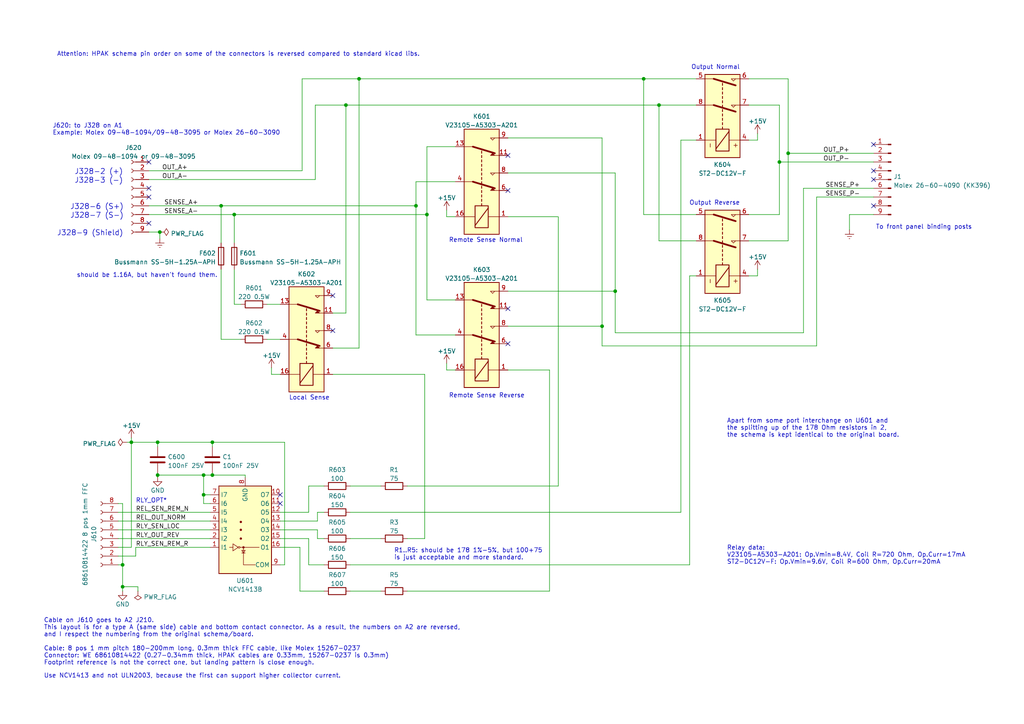
<source format=kicad_sch>
(kicad_sch (version 20211123) (generator eeschema)
  (paper "A4")
  (title_block (title "Relay board for HPAK 66xxB series PSUs (A6)") (comment 1 "Option 760, adapted for full feed through to front binding posts"))
  (lib_symbols
    (symbol "Connector:Conn_01x08_Female" (pin_names (offset 1.016) hide)
      (property "Reference" "J" (at 0 10.16 0))
      (property "Value" "Conn_01x08_Female" (at 0 -12.7 0))
      (symbol "Conn_01x08_Female_1_1"
        (arc (start 0 -9.652) (mid -0.508 -10.16) (end 0 -10.668) (stroke (width 0.1524)))
        (arc (start 0 -7.112) (mid -0.508 -7.62) (end 0 -8.128) (stroke (width 0.1524)))
        (arc (start 0 -4.572) (mid -0.508 -5.08) (end 0 -5.588) (stroke (width 0.1524)))
        (arc (start 0 -2.032) (mid -0.508 -2.54) (end 0 -3.048) (stroke (width 0.1524)))
        (polyline (pts (xy -1.27 -10.16) (xy -0.508 -10.16)) (stroke (width 0.1524)))
        (polyline (pts (xy -1.27 -7.62) (xy -0.508 -7.62)) (stroke (width 0.1524)))
        (polyline (pts (xy -1.27 -5.08) (xy -0.508 -5.08)) (stroke (width 0.1524)))
        (polyline (pts (xy -1.27 -2.54) (xy -0.508 -2.54)) (stroke (width 0.1524)))
        (polyline (pts (xy -1.27 0) (xy -0.508 0)) (stroke (width 0.1524)))
        (polyline (pts (xy -1.27 2.54) (xy -0.508 2.54)) (stroke (width 0.1524)))
        (polyline (pts (xy -1.27 5.08) (xy -0.508 5.08)) (stroke (width 0.1524)))
        (polyline (pts (xy -1.27 7.62) (xy -0.508 7.62)) (stroke (width 0.1524)))
        (arc (start 0 0.508) (mid -0.508 0) (end 0 -0.508) (stroke (width 0.1524)))
        (arc (start 0 3.048) (mid -0.508 2.54) (end 0 2.032) (stroke (width 0.1524)))
        (arc (start 0 5.588) (mid -0.508 5.08) (end 0 4.572) (stroke (width 0.1524)))
        (arc (start 0 8.128) (mid -0.508 7.62) (end 0 7.112) (stroke (width 0.1524)))
        (pin passive line (at -5.08 7.62 0) (length 3.81) (name "Pin_1") (number "1"))
        (pin passive line (at -5.08 5.08 0) (length 3.81) (name "Pin_2") (number "2"))
        (pin passive line (at -5.08 2.54 0) (length 3.81) (name "Pin_3") (number "3"))
        (pin passive line (at -5.08 0 0) (length 3.81) (name "Pin_4") (number "4"))
        (pin passive line (at -5.08 -2.54 0) (length 3.81) (name "Pin_5") (number "5"))
        (pin passive line (at -5.08 -5.08 0) (length 3.81) (name "Pin_6") (number "6"))
        (pin passive line (at -5.08 -7.62 0) (length 3.81) (name "Pin_7") (number "7"))
        (pin passive line (at -5.08 -10.16 0) (length 3.81) (name "Pin_8") (number "8"))
      )
    )
    (symbol "Connector:Conn_01x09_Female" (pin_names (offset 1.016) hide)
      (property "Reference" "J" (at 0 12.7 0))
      (property "Value" "Conn_01x09_Female" (at 0 -12.7 0))
      (symbol "Conn_01x09_Female_1_1"
        (arc (start 0 -9.652) (mid -0.508 -10.16) (end 0 -10.668) (stroke (width 0.1524)))
        (arc (start 0 -7.112) (mid -0.508 -7.62) (end 0 -8.128) (stroke (width 0.1524)))
        (arc (start 0 -4.572) (mid -0.508 -5.08) (end 0 -5.588) (stroke (width 0.1524)))
        (arc (start 0 -2.032) (mid -0.508 -2.54) (end 0 -3.048) (stroke (width 0.1524)))
        (polyline (pts (xy -1.27 -10.16) (xy -0.508 -10.16)) (stroke (width 0.1524)))
        (polyline (pts (xy -1.27 -7.62) (xy -0.508 -7.62)) (stroke (width 0.1524)))
        (polyline (pts (xy -1.27 -5.08) (xy -0.508 -5.08)) (stroke (width 0.1524)))
        (polyline (pts (xy -1.27 -2.54) (xy -0.508 -2.54)) (stroke (width 0.1524)))
        (polyline (pts (xy -1.27 0) (xy -0.508 0)) (stroke (width 0.1524)))
        (polyline (pts (xy -1.27 2.54) (xy -0.508 2.54)) (stroke (width 0.1524)))
        (polyline (pts (xy -1.27 5.08) (xy -0.508 5.08)) (stroke (width 0.1524)))
        (polyline (pts (xy -1.27 7.62) (xy -0.508 7.62)) (stroke (width 0.1524)))
        (polyline (pts (xy -1.27 10.16) (xy -0.508 10.16)) (stroke (width 0.1524)))
        (arc (start 0 0.508) (mid -0.508 0) (end 0 -0.508) (stroke (width 0.1524)))
        (arc (start 0 3.048) (mid -0.508 2.54) (end 0 2.032) (stroke (width 0.1524)))
        (arc (start 0 5.588) (mid -0.508 5.08) (end 0 4.572) (stroke (width 0.1524)))
        (arc (start 0 8.128) (mid -0.508 7.62) (end 0 7.112) (stroke (width 0.1524)))
        (arc (start 0 10.668) (mid -0.508 10.16) (end 0 9.652) (stroke (width 0.1524)))
        (pin passive line (at -5.08 10.16 0) (length 3.81) (name "Pin_1") (number "1"))
        (pin passive line (at -5.08 7.62 0) (length 3.81) (name "Pin_2") (number "2"))
        (pin passive line (at -5.08 5.08 0) (length 3.81) (name "Pin_3") (number "3"))
        (pin passive line (at -5.08 2.54 0) (length 3.81) (name "Pin_4") (number "4"))
        (pin passive line (at -5.08 0 0) (length 3.81) (name "Pin_5") (number "5"))
        (pin passive line (at -5.08 -2.54 0) (length 3.81) (name "Pin_6") (number "6"))
        (pin passive line (at -5.08 -5.08 0) (length 3.81) (name "Pin_7") (number "7"))
        (pin passive line (at -5.08 -7.62 0) (length 3.81) (name "Pin_8") (number "8"))
        (pin passive line (at -5.08 -10.16 0) (length 3.81) (name "Pin_9") (number "9"))
      )
    )
    (symbol "Connector:Conn_01x09_Male" (pin_names (offset 1.016) hide)
      (property "Reference" "J" (at 0 12.7 0))
      (property "Value" "Conn_01x09_Male" (at 0 -12.7 0))
      (symbol "Conn_01x09_Male_1_1"
        (polyline (pts (xy 1.27 -10.16) (xy 0.8636 -10.16)) (stroke (width 0.1524)))
        (polyline (pts (xy 1.27 -7.62) (xy 0.8636 -7.62)) (stroke (width 0.1524)))
        (polyline (pts (xy 1.27 -5.08) (xy 0.8636 -5.08)) (stroke (width 0.1524)))
        (polyline (pts (xy 1.27 -2.54) (xy 0.8636 -2.54)) (stroke (width 0.1524)))
        (polyline (pts (xy 1.27 0) (xy 0.8636 0)) (stroke (width 0.1524)))
        (polyline (pts (xy 1.27 2.54) (xy 0.8636 2.54)) (stroke (width 0.1524)))
        (polyline (pts (xy 1.27 5.08) (xy 0.8636 5.08)) (stroke (width 0.1524)))
        (polyline (pts (xy 1.27 7.62) (xy 0.8636 7.62)) (stroke (width 0.1524)))
        (polyline (pts (xy 1.27 10.16) (xy 0.8636 10.16)) (stroke (width 0.1524)))
        (rectangle (start 0.8636 -10.033) (end 0 -10.287) (stroke (width 0.1524)) (fill (type outline)))
        (rectangle (start 0.8636 -7.493) (end 0 -7.747) (stroke (width 0.1524)) (fill (type outline)))
        (rectangle (start 0.8636 -4.953) (end 0 -5.207) (stroke (width 0.1524)) (fill (type outline)))
        (rectangle (start 0.8636 -2.413) (end 0 -2.667) (stroke (width 0.1524)) (fill (type outline)))
        (rectangle (start 0.8636 0.127) (end 0 -0.127) (stroke (width 0.1524)) (fill (type outline)))
        (rectangle (start 0.8636 2.667) (end 0 2.413) (stroke (width 0.1524)) (fill (type outline)))
        (rectangle (start 0.8636 5.207) (end 0 4.953) (stroke (width 0.1524)) (fill (type outline)))
        (rectangle (start 0.8636 7.747) (end 0 7.493) (stroke (width 0.1524)) (fill (type outline)))
        (rectangle (start 0.8636 10.287) (end 0 10.033) (stroke (width 0.1524)) (fill (type outline)))
        (pin passive line (at 5.08 10.16 180) (length 3.81) (name "Pin_1") (number "1"))
        (pin passive line (at 5.08 7.62 180) (length 3.81) (name "Pin_2") (number "2"))
        (pin passive line (at 5.08 5.08 180) (length 3.81) (name "Pin_3") (number "3"))
        (pin passive line (at 5.08 2.54 180) (length 3.81) (name "Pin_4") (number "4"))
        (pin passive line (at 5.08 0 180) (length 3.81) (name "Pin_5") (number "5"))
        (pin passive line (at 5.08 -2.54 180) (length 3.81) (name "Pin_6") (number "6"))
        (pin passive line (at 5.08 -5.08 180) (length 3.81) (name "Pin_7") (number "7"))
        (pin passive line (at 5.08 -7.62 180) (length 3.81) (name "Pin_8") (number "8"))
        (pin passive line (at 5.08 -10.16 180) (length 3.81) (name "Pin_9") (number "9"))
      )
    )
    (symbol "Device:C" (pin_numbers hide) (pin_names (offset 0.254))
      (property "Reference" "C" (at 0.635 2.54 0))
      (property "Value" "C" (at 0.635 -2.54 0))
      (symbol "C_0_1"
        (polyline (pts (xy -2.032 -0.762) (xy 2.032 -0.762)) (stroke (width 0.508)))
        (polyline (pts (xy -2.032 0.762) (xy 2.032 0.762)) (stroke (width 0.508)))
      )
      (symbol "C_1_1"
        (pin passive line (at 0 3.81 270) (length 2.794) (name "~") (number "1"))
        (pin passive line (at 0 -3.81 90) (length 2.794) (name "~") (number "2"))
      )
    )
    (symbol "Device:Fuse" (pin_numbers hide) (pin_names (offset 0))
      (property "Reference" "F" (at 2.032 0 90))
      (property "Value" "Fuse" (at -1.905 0 90))
      (symbol "Fuse_0_1"
        (rectangle (start -0.762 -2.54) (end 0.762 2.54) (stroke (width 0.254)))
        (polyline (pts (xy 0 2.54) (xy 0 -2.54)))
      )
      (symbol "Fuse_1_1"
        (pin passive line (at 0 3.81 270) (length 1.27) (name "~") (number "1"))
        (pin passive line (at 0 -3.81 90) (length 1.27) (name "~") (number "2"))
      )
    )
    (symbol "Device:R" (pin_numbers hide) (pin_names (offset 0))
      (property "Reference" "R" (at 2.032 0 90))
      (property "Value" "R" (at 0 0 90))
      (symbol "R_0_1"
        (rectangle (start -1.016 -2.54) (end 1.016 2.54) (stroke (width 0.254)))
      )
      (symbol "R_1_1"
        (pin passive line (at 0 3.81 270) (length 1.27) (name "~") (number "1"))
        (pin passive line (at 0 -3.81 90) (length 1.27) (name "~") (number "2"))
      )
    )
    (symbol "Relay:G5V-2"
      (property "Reference" "K" (at 16.51 3.81 0))
      (property "Value" "G5V-2" (at 16.51 1.27 0))
      (symbol "G5V-2_0_1"
        (rectangle (start -15.24 5.08) (end 15.24 -5.08) (stroke (width 0.254)) (fill (type background)))
        (rectangle (start -13.335 1.905) (end -6.985 -1.905) (stroke (width 0.254)))
        (polyline (pts (xy -12.7 -1.905) (xy -7.62 1.905)) (stroke (width 0.254)))
        (polyline (pts (xy -10.16 -5.08) (xy -10.16 -1.905)))
        (polyline (pts (xy -10.16 5.08) (xy -10.16 1.905)))
        (polyline (pts (xy -6.985 0) (xy -6.35 0)) (stroke (width 0.254)))
        (polyline (pts (xy -5.715 0) (xy -5.08 0)) (stroke (width 0.254)))
        (polyline (pts (xy -4.445 0) (xy -3.81 0)) (stroke (width 0.254)))
        (polyline (pts (xy -3.175 0) (xy -2.54 0)) (stroke (width 0.254)))
        (polyline (pts (xy -1.905 0) (xy -1.27 0)) (stroke (width 0.254)))
        (polyline (pts (xy -0.635 0) (xy 0 0)) (stroke (width 0.254)))
        (polyline (pts (xy 0 -2.54) (xy -1.905 3.81)) (stroke (width 0.508)))
        (polyline (pts (xy 0 -2.54) (xy 0 -5.08)))
        (polyline (pts (xy 0.635 0) (xy 1.27 0)) (stroke (width 0.254)))
        (polyline (pts (xy 1.905 0) (xy 2.54 0)) (stroke (width 0.254)))
        (polyline (pts (xy 3.175 0) (xy 3.81 0)) (stroke (width 0.254)))
        (polyline (pts (xy 4.445 0) (xy 5.08 0)) (stroke (width 0.254)))
        (polyline (pts (xy 5.715 0) (xy 6.35 0)) (stroke (width 0.254)))
        (polyline (pts (xy 6.985 0) (xy 7.62 0)) (stroke (width 0.254)))
        (polyline (pts (xy 8.255 0) (xy 8.89 0)) (stroke (width 0.254)))
        (polyline (pts (xy 10.16 -2.54) (xy 8.255 3.81)) (stroke (width 0.508)))
        (polyline (pts (xy 10.16 -2.54) (xy 10.16 -5.08)))
        (polyline (pts (xy -2.54 5.08) (xy -2.54 2.54) (xy -1.905 3.175) (xy -2.54 3.81)) (fill (type outline)))
        (polyline (pts (xy 2.54 5.08) (xy 2.54 2.54) (xy 1.905 3.175) (xy 2.54 3.81)))
        (polyline (pts (xy 7.62 5.08) (xy 7.62 2.54) (xy 8.255 3.175) (xy 7.62 3.81)) (fill (type outline)))
        (polyline (pts (xy 12.7 5.08) (xy 12.7 2.54) (xy 12.065 3.175) (xy 12.7 3.81)))
      )
      (symbol "G5V-2_1_1"
        (pin passive line (at -10.16 7.62 270) (length 2.54) (name "~") (number "1"))
        (pin passive line (at 7.62 7.62 270) (length 2.54) (name "~") (number "11"))
        (pin passive line (at 10.16 -7.62 90) (length 2.54) (name "~") (number "13"))
        (pin passive line (at -10.16 -7.62 90) (length 2.54) (name "~") (number "16"))
        (pin passive line (at 0 -7.62 90) (length 2.54) (name "~") (number "4"))
        (pin passive line (at -2.54 7.62 270) (length 2.54) (name "~") (number "6"))
        (pin passive line (at 2.54 7.62 270) (length 2.54) (name "~") (number "8"))
        (pin passive line (at 12.7 7.62 270) (length 2.54) (name "~") (number "9"))
      )
    )
    (symbol "Transistor_Array:NCV1413B"
      (property "Reference" "U" (at 0 15.875 0))
      (property "Value" "NCV1413B" (at 0 13.97 0))
      (symbol "NCV1413B_0_1"
        (rectangle (start -7.62 -12.7) (end 7.62 12.7) (stroke (width 0.254)) (fill (type background)))
        (circle (center -1.778 5.08) (radius 0.254))
        (circle (center -1.27 -2.286) (radius 0.254) (fill (type outline)))
        (circle (center -1.27 0) (radius 0.254) (fill (type outline)))
        (circle (center -1.27 2.54) (radius 0.254) (fill (type outline)))
        (circle (center -0.508 5.08) (radius 0.254) (fill (type outline)))
        (polyline (pts (xy -4.572 5.08) (xy -3.556 5.08)))
        (polyline (pts (xy -1.524 5.08) (xy 4.064 5.08)))
        (polyline (pts (xy 0 6.731) (xy -1.016 6.731)))
        (polyline (pts (xy -0.508 5.08) (xy -0.508 10.16) (xy 2.921 10.16)))
        (polyline (pts (xy -3.556 6.096) (xy -3.556 4.064) (xy -2.032 5.08) (xy -3.556 6.096)))
        (polyline (pts (xy 0 5.969) (xy -1.016 5.969) (xy -0.508 6.731) (xy 0 5.969)))
      )
      (symbol "NCV1413B_1_1"
        (pin input line (at -10.16 5.08 0) (length 2.54) (name "I1") (number "1"))
        (pin open_collector line (at 10.16 -10.16 180) (length 2.54) (name "O7") (number "10"))
        (pin open_collector line (at 10.16 -7.62 180) (length 2.54) (name "O6") (number "11"))
        (pin open_collector line (at 10.16 -5.08 180) (length 2.54) (name "O5") (number "12"))
        (pin open_collector line (at 10.16 -2.54 180) (length 2.54) (name "O4") (number "13"))
        (pin open_collector line (at 10.16 0 180) (length 2.54) (name "O3") (number "14"))
        (pin open_collector line (at 10.16 2.54 180) (length 2.54) (name "O2") (number "15"))
        (pin open_collector line (at 10.16 5.08 180) (length 2.54) (name "O1") (number "16"))
        (pin input line (at -10.16 2.54 0) (length 2.54) (name "I2") (number "2"))
        (pin input line (at -10.16 0 0) (length 2.54) (name "I3") (number "3"))
        (pin input line (at -10.16 -2.54 0) (length 2.54) (name "I4") (number "4"))
        (pin input line (at -10.16 -5.08 0) (length 2.54) (name "I5") (number "5"))
        (pin input line (at -10.16 -7.62 0) (length 2.54) (name "I6") (number "6"))
        (pin input line (at -10.16 -10.16 0) (length 2.54) (name "I7") (number "7"))
        (pin power_in line (at 0 -15.24 90) (length 2.54) (name "GND") (number "8"))
        (pin passive line (at 10.16 10.16 180) (length 2.54) (name "COM") (number "9"))
      )
    )
    (symbol "mylib:Relay_Panasonic_ST2-F"
      (property "Reference" "K" (at 12.7 3.81 0))
      (property "Value" "Relay_Panasonic_ST2-F" (at 12.7 1.27 0))
      (symbol "Relay_Panasonic_ST2-F_0_0"
        (polyline (pts (xy 2.54 5.08) (xy 2.54 2.54) (xy 1.905 3.175) (xy 2.54 3.81)))
        (polyline (pts (xy 10.16 5.08) (xy 10.16 2.54) (xy 9.525 3.175) (xy 10.16 3.81)))
      )
      (symbol "Relay_Panasonic_ST2-F_0_1"
        (rectangle (start -12.7 5.08) (end 11.43 -5.08) (stroke (width 0.254)) (fill (type background)))
        (rectangle (start -10.795 1.905) (end -4.445 -1.905) (stroke (width 0.254)))
        (polyline (pts (xy -10.16 -1.905) (xy -5.08 1.905)) (stroke (width 0.254)))
        (polyline (pts (xy -9.652 -3.556) (xy -8.636 -3.556)) (stroke (width 0.1524)))
        (polyline (pts (xy -9.652 3.81) (xy -8.636 3.81)) (stroke (width 0.1524)))
        (polyline (pts (xy -9.144 4.318) (xy -9.144 3.302)) (stroke (width 0.1524)))
        (polyline (pts (xy -7.62 -5.08) (xy -7.62 -1.905)))
        (polyline (pts (xy -7.62 5.08) (xy -7.62 1.905)))
        (polyline (pts (xy -4.445 0) (xy -3.81 0)) (stroke (width 0.254)))
        (polyline (pts (xy -3.175 0) (xy -2.54 0)) (stroke (width 0.254)))
        (polyline (pts (xy -1.905 0) (xy -1.27 0)) (stroke (width 0.254)))
        (polyline (pts (xy -0.635 0) (xy 0 0)) (stroke (width 0.254)))
        (polyline (pts (xy 0.635 0) (xy 1.27 0)) (stroke (width 0.254)))
        (polyline (pts (xy 1.905 0) (xy 2.54 0)) (stroke (width 0.254)))
        (polyline (pts (xy 2.54 -2.54) (xy 0.635 3.81)) (stroke (width 0.508)))
        (polyline (pts (xy 2.54 -2.54) (xy 2.54 -5.08)))
        (polyline (pts (xy 3.175 0) (xy 3.81 0)) (stroke (width 0.254)))
        (polyline (pts (xy 4.445 0) (xy 5.08 0)) (stroke (width 0.254)))
        (polyline (pts (xy 5.715 0) (xy 6.35 0)) (stroke (width 0.254)))
        (polyline (pts (xy 6.985 0) (xy 7.62 0)) (stroke (width 0.254)))
        (polyline (pts (xy 8.255 0) (xy 8.89 0)) (stroke (width 0.254)))
        (polyline (pts (xy 10.16 -2.54) (xy 8.255 3.81)) (stroke (width 0.508)))
        (polyline (pts (xy 10.16 -2.54) (xy 10.16 -5.08)))
      )
      (symbol "Relay_Panasonic_ST2-F_1_1"
        (pin passive line (at -7.62 -7.62 90) (length 2.54) (name "~") (number "1"))
        (pin passive line (at -7.62 7.62 270) (length 2.54) (name "~") (number "4"))
        (pin passive line (at 10.16 -7.62 90) (length 2.54) (name "~") (number "5"))
        (pin passive line (at 10.16 7.62 270) (length 2.54) (name "~") (number "6"))
        (pin passive line (at 2.54 7.62 270) (length 2.54) (name "~") (number "7"))
        (pin passive line (at 2.54 -7.62 90) (length 2.54) (name "~") (number "8"))
      )
    )
    (symbol "power:+15V" (power) (pin_names (offset 0))
      (property "Value" "+15V" (at 0 3.556 0))
      (symbol "+15V_0_1"
        (polyline (pts (xy -0.762 1.27) (xy 0 2.54)))
        (polyline (pts (xy 0 0) (xy 0 2.54)))
        (polyline (pts (xy 0 2.54) (xy 0.762 1.27)))
      )
      (symbol "+15V_1_1"
        (pin power_in line (at 0 0 90) (length 0) hide (name "+15V") (number "1"))
      )
    )
    (symbol "power:Earth" (power) (pin_names (offset 0))
      (symbol "Earth_0_1"
        (polyline (pts (xy -0.635 -1.905) (xy 0.635 -1.905)))
        (polyline (pts (xy -0.127 -2.54) (xy 0.127 -2.54)))
        (polyline (pts (xy 0 -1.27) (xy 0 0)))
        (polyline (pts (xy 1.27 -1.27) (xy -1.27 -1.27)))
      )
      (symbol "Earth_1_1"
        (pin power_in line (at 0 0 270) (length 0) hide (name "Earth") (number "1"))
      )
    )
    (symbol "power:GND" (power) (pin_names (offset 0))
      (property "Value" "GND" (at 0 -3.81 0))
      (symbol "GND_0_1"
        (polyline (pts (xy 0 0) (xy 0 -1.27) (xy 1.27 -1.27) (xy 0 -2.54) (xy -1.27 -1.27) (xy 0 -1.27)))
      )
      (symbol "GND_1_1"
        (pin power_in line (at 0 0 270) (length 0) hide (name "GND") (number "1"))
      )
    )
    (symbol "power:PWR_FLAG" (power) (pin_numbers hide) (pin_names (offset 0) hide)
      (property "Value" "PWR_FLAG" (at 0 3.81 0))
      (symbol "PWR_FLAG_0_0"
        (pin power_out line (at 0 0 90) (length 0) (name "pwr") (number "1"))
      )
      (symbol "PWR_FLAG_0_1"
        (polyline (pts (xy 0 0) (xy 0 1.27) (xy -1.016 1.905) (xy 0 2.54) (xy 1.016 1.905) (xy 0 1.27)))
      )
    )
  )
  (junction (at 191.135 30.48))
  (junction (at 120.65 59.69))
  (junction (at 45.72 137.795))
  (junction (at 100.33 30.48))
  (junction (at 104.14 22.86))
  (junction (at 174.625 94.615))
  (junction (at 59.055 143.51))
  (junction (at 61.595 137.795))
  (junction (at 228.6 44.45))
  (junction (at 61.595 128.27))
  (junction (at 178.435 84.455))
  (junction (at 226.06 46.99))
  (junction (at 35.56 170.18))
  (junction (at 186.69 22.86))
  (junction (at 38.1 128.27))
  (junction (at 123.825 62.23))
  (junction (at 64.135 59.69))
  (junction (at 35.56 163.83))
  (junction (at 67.945 62.23))
  (junction (at 59.055 137.795))
  (junction (at 46.355 67.31))
  (junction (at 45.72 128.27))
  (no_connect (at 43.18 57.15))
  (no_connect (at 43.18 46.99))
  (no_connect (at 43.18 54.61))
  (no_connect (at 43.18 64.77))
  (no_connect (at 96.52 85.725))
  (no_connect (at 96.52 95.885))
  (no_connect (at 147.32 89.535))
  (no_connect (at 147.32 99.695))
  (no_connect (at 147.32 55.245))
  (no_connect (at 147.32 45.085))
  (no_connect (at 253.365 41.91))
  (no_connect (at 253.365 49.53))
  (no_connect (at 253.365 52.07))
  (no_connect (at 253.365 59.69))
  (no_connect (at 81.28 146.05))
  (no_connect (at 81.28 143.51))
  (wire (pts (xy 69.85 98.425) (xy 64.135 98.425)))
  (wire (pts (xy 67.945 62.23) (xy 67.945 70.485)))
  (wire (pts (xy 92.075 153.67) (xy 92.075 156.21)))
  (wire (pts (xy 46.355 69.215) (xy 46.355 67.31)))
  (wire (pts (xy 34.29 153.67) (xy 60.96 153.67)))
  (wire (pts (xy 219.71 80.01) (xy 219.71 78.105)))
  (wire (pts (xy 253.365 62.23) (xy 246.38 62.23)))
  (wire (pts (xy 89.535 163.83) (xy 93.98 163.83)))
  (wire (pts (xy 147.32 40.005) (xy 174.625 40.005)))
  (wire (pts (xy 59.055 143.51) (xy 60.96 143.51)))
  (wire (pts (xy 147.32 84.455) (xy 178.435 84.455)))
  (wire (pts (xy 35.56 170.18) (xy 35.56 171.45)))
  (wire (pts (xy 217.17 30.48) (xy 226.06 30.48)))
  (wire (pts (xy 201.93 62.23) (xy 186.69 62.23)))
  (wire (pts (xy 226.06 62.23) (xy 226.06 46.99)))
  (wire (pts (xy 123.825 86.995) (xy 132.08 86.995)))
  (wire (pts (xy 81.28 108.585) (xy 78.74 108.585)))
  (wire (pts (xy 39.37 161.29) (xy 34.29 161.29)))
  (wire (pts (xy 226.06 46.99) (xy 226.06 30.48)))
  (wire (pts (xy 233.045 54.61) (xy 233.045 96.52)))
  (wire (pts (xy 87.63 49.53) (xy 87.63 22.86)))
  (wire (pts (xy 228.6 22.86) (xy 228.6 44.45)))
  (wire (pts (xy 159.385 107.315) (xy 147.32 107.315)))
  (wire (pts (xy 200.025 80.01) (xy 200.025 163.83)))
  (wire (pts (xy 35.56 163.83) (xy 35.56 170.18)))
  (wire (pts (xy 132.08 107.315) (xy 129.54 107.315)))
  (wire (pts (xy 228.6 44.45) (xy 253.365 44.45)))
  (wire (pts (xy 96.52 90.805) (xy 100.33 90.805)))
  (wire (pts (xy 67.945 62.23) (xy 123.825 62.23)))
  (wire (pts (xy 92.075 156.21) (xy 93.98 156.21)))
  (wire (pts (xy 81.28 148.59) (xy 89.535 148.59)))
  (wire (pts (xy 45.72 129.54) (xy 45.72 128.27)))
  (wire (pts (xy 91.44 30.48) (xy 100.33 30.48)))
  (wire (pts (xy 246.38 62.23) (xy 246.38 66.675)))
  (wire (pts (xy 123.19 108.585) (xy 96.52 108.585)))
  (wire (pts (xy 236.855 57.15) (xy 253.365 57.15)))
  (wire (pts (xy 129.54 62.865) (xy 129.54 60.96)))
  (wire (pts (xy 178.435 96.52) (xy 178.435 84.455)))
  (wire (pts (xy 45.72 137.16) (xy 45.72 137.795)))
  (wire (pts (xy 87.63 22.86) (xy 104.14 22.86)))
  (wire (pts (xy 104.14 22.86) (xy 186.69 22.86)))
  (wire (pts (xy 104.14 22.86) (xy 104.14 100.965)))
  (wire (pts (xy 59.055 137.795) (xy 59.055 143.51)))
  (wire (pts (xy 38.1 128.27) (xy 38.1 158.75)))
  (wire (pts (xy 86.995 171.45) (xy 93.98 171.45)))
  (wire (pts (xy 35.56 146.05) (xy 34.29 146.05)))
  (wire (pts (xy 118.11 140.97) (xy 161.925 140.97)))
  (wire (pts (xy 100.33 30.48) (xy 191.135 30.48)))
  (wire (pts (xy 191.135 69.85) (xy 201.93 69.85)))
  (wire (pts (xy 64.135 59.69) (xy 120.65 59.69)))
  (wire (pts (xy 38.1 127) (xy 38.1 128.27)))
  (wire (pts (xy 59.055 137.795) (xy 45.72 137.795)))
  (wire (pts (xy 178.435 84.455) (xy 178.435 50.165)))
  (wire (pts (xy 81.28 153.67) (xy 92.075 153.67)))
  (wire (pts (xy 201.93 30.48) (xy 191.135 30.48)))
  (wire (pts (xy 217.17 62.23) (xy 226.06 62.23)))
  (wire (pts (xy 89.535 148.59) (xy 89.535 140.97)))
  (wire (pts (xy 38.1 128.27) (xy 45.72 128.27)))
  (wire (pts (xy 147.32 94.615) (xy 174.625 94.615)))
  (wire (pts (xy 101.6 140.97) (xy 110.49 140.97)))
  (wire (pts (xy 39.37 158.75) (xy 39.37 161.29)))
  (wire (pts (xy 226.06 46.99) (xy 253.365 46.99)))
  (wire (pts (xy 191.135 30.48) (xy 191.135 69.85)))
  (wire (pts (xy 86.995 158.75) (xy 86.995 171.45)))
  (wire (pts (xy 81.28 156.21) (xy 89.535 156.21)))
  (wire (pts (xy 35.56 170.18) (xy 40.005 170.18)))
  (wire (pts (xy 81.28 158.75) (xy 86.995 158.75)))
  (wire (pts (xy 118.11 171.45) (xy 159.385 171.45)))
  (wire (pts (xy 217.17 69.85) (xy 228.6 69.85)))
  (wire (pts (xy 43.18 59.69) (xy 64.135 59.69)))
  (wire (pts (xy 60.96 146.05) (xy 59.055 146.05)))
  (wire (pts (xy 77.47 88.265) (xy 81.28 88.265)))
  (wire (pts (xy 43.18 62.23) (xy 67.945 62.23)))
  (wire (pts (xy 91.44 30.48) (xy 91.44 52.07)))
  (wire (pts (xy 178.435 50.165) (xy 147.32 50.165)))
  (wire (pts (xy 161.925 140.97) (xy 161.925 62.865)))
  (wire (pts (xy 174.625 40.005) (xy 174.625 94.615)))
  (wire (pts (xy 82.55 128.27) (xy 82.55 163.83)))
  (wire (pts (xy 61.595 137.795) (xy 59.055 137.795)))
  (wire (pts (xy 45.72 128.27) (xy 61.595 128.27)))
  (wire (pts (xy 61.595 128.27) (xy 82.55 128.27)))
  (wire (pts (xy 64.135 59.69) (xy 64.135 70.485)))
  (wire (pts (xy 132.08 52.705) (xy 120.65 52.705)))
  (wire (pts (xy 118.11 156.21) (xy 123.19 156.21)))
  (wire (pts (xy 236.855 100.33) (xy 236.855 57.15)))
  (wire (pts (xy 34.29 163.83) (xy 35.56 163.83)))
  (wire (pts (xy 197.485 148.59) (xy 197.485 40.64)))
  (wire (pts (xy 61.595 128.27) (xy 61.595 129.54)))
  (wire (pts (xy 77.47 98.425) (xy 81.28 98.425)))
  (wire (pts (xy 100.33 30.48) (xy 100.33 90.805)))
  (wire (pts (xy 101.6 163.83) (xy 200.025 163.83)))
  (wire (pts (xy 40.005 170.18) (xy 40.005 171.45)))
  (wire (pts (xy 123.825 42.545) (xy 123.825 62.23)))
  (wire (pts (xy 64.135 78.105) (xy 64.135 98.425)))
  (wire (pts (xy 120.65 52.705) (xy 120.65 59.69)))
  (wire (pts (xy 123.825 62.23) (xy 123.825 86.995)))
  (wire (pts (xy 89.535 156.21) (xy 89.535 163.83)))
  (wire (pts (xy 35.56 163.83) (xy 35.56 146.05)))
  (wire (pts (xy 36.83 128.27) (xy 38.1 128.27)))
  (wire (pts (xy 217.17 22.86) (xy 228.6 22.86)))
  (wire (pts (xy 201.93 80.01) (xy 200.025 80.01)))
  (wire (pts (xy 60.96 158.75) (xy 39.37 158.75)))
  (wire (pts (xy 174.625 100.33) (xy 236.855 100.33)))
  (wire (pts (xy 67.945 78.105) (xy 67.945 88.265)))
  (wire (pts (xy 34.29 158.75) (xy 38.1 158.75)))
  (wire (pts (xy 34.29 151.13) (xy 60.96 151.13)))
  (wire (pts (xy 34.29 156.21) (xy 60.96 156.21)))
  (wire (pts (xy 253.365 54.61) (xy 233.045 54.61)))
  (wire (pts (xy 67.945 88.265) (xy 69.85 88.265)))
  (wire (pts (xy 132.08 97.155) (xy 120.65 97.155)))
  (wire (pts (xy 96.52 100.965) (xy 104.14 100.965)))
  (wire (pts (xy 78.74 108.585) (xy 78.74 106.68)))
  (wire (pts (xy 186.69 62.23) (xy 186.69 22.86)))
  (wire (pts (xy 219.71 40.64) (xy 219.71 38.735)))
  (wire (pts (xy 61.595 137.795) (xy 71.12 137.795)))
  (wire (pts (xy 197.485 40.64) (xy 201.93 40.64)))
  (wire (pts (xy 81.28 163.83) (xy 82.55 163.83)))
  (wire (pts (xy 161.925 62.865) (xy 147.32 62.865)))
  (wire (pts (xy 81.28 151.13) (xy 92.075 151.13)))
  (wire (pts (xy 132.08 42.545) (xy 123.825 42.545)))
  (wire (pts (xy 43.18 49.53) (xy 87.63 49.53)))
  (wire (pts (xy 101.6 156.21) (xy 110.49 156.21)))
  (wire (pts (xy 233.045 96.52) (xy 178.435 96.52)))
  (wire (pts (xy 61.595 137.16) (xy 61.595 137.795)))
  (wire (pts (xy 59.055 146.05) (xy 59.055 143.51)))
  (wire (pts (xy 132.08 62.865) (xy 129.54 62.865)))
  (wire (pts (xy 89.535 140.97) (xy 93.98 140.97)))
  (wire (pts (xy 101.6 171.45) (xy 110.49 171.45)))
  (wire (pts (xy 129.54 107.315) (xy 129.54 105.41)))
  (wire (pts (xy 174.625 94.615) (xy 174.625 100.33)))
  (wire (pts (xy 123.19 156.21) (xy 123.19 108.585)))
  (wire (pts (xy 228.6 44.45) (xy 228.6 69.85)))
  (wire (pts (xy 217.17 80.01) (xy 219.71 80.01)))
  (wire (pts (xy 101.6 148.59) (xy 197.485 148.59)))
  (wire (pts (xy 71.12 137.795) (xy 71.12 138.43)))
  (wire (pts (xy 34.29 148.59) (xy 60.96 148.59)))
  (wire (pts (xy 43.18 52.07) (xy 91.44 52.07)))
  (wire (pts (xy 120.65 59.69) (xy 120.65 97.155)))
  (wire (pts (xy 159.385 171.45) (xy 159.385 107.315)))
  (wire (pts (xy 186.69 22.86) (xy 201.93 22.86)))
  (wire (pts (xy 92.075 151.13) (xy 92.075 148.59)))
  (wire (pts (xy 45.72 137.795) (xy 45.72 138.43)))
  (wire (pts (xy 46.355 67.31) (xy 43.18 67.31)))
  (wire (pts (xy 92.075 148.59) (xy 93.98 148.59)))
  (wire (pts (xy 217.17 40.64) (xy 219.71 40.64)))
  (text "Use NCV1413 and not ULN2003, because the first can support higher collector current." (at 12.7 196.85 0) (effects (font (size 1.27 1.27)) (justify left bottom)))
  (text "should be 1.16A, but haven't found them." (at 22.225 80.645 0) (effects (font (size 1.27 1.27)) (justify left bottom)))
  (text "J328-2 (+)" (at 21.59 50.8 0) (effects (font (size 1.524 1.524)) (justify left bottom)))
  (text "Output Reverse" (at 214.63 59.69 180) (effects (font (size 1.27 1.27)) (justify right bottom)))
  (text "R1..R5: should be 178 1%-5%, but 100+75 \nis just acceptable and more standard." (at 114.3 162.56 0) (effects (font (size 1.27 1.27)) (justify left bottom)))
  (text "RLY_OPT*" (at 39.37 146.05 0) (effects (font (size 1.27 1.27)) (justify left bottom)))
  (text "Attention: HPAK schema pin order on some of the connectors is reversed compared to standard kicad libs." (at 16.51 16.51 0) (effects (font (size 1.27 1.27)) (justify left bottom)))
  (text "J328-3 (-)" (at 21.59 53.34 0) (effects (font (size 1.524 1.524)) (justify left bottom)))
  (text "J620: to J328 on A1\nExample: Molex 09-48-1094/09-48-3095 or Molex 26-60-3090\n" (at 15.24 39.37 0) (effects (font (size 1.27 1.27)) (justify left bottom)))
  (text "J328-9 (Shield)" (at 16.51 68.58 0) (effects (font (size 1.524 1.524)) (justify left bottom)))
  (text "Relay data:\nV23105-A5303-A201: Op.Vmin=8.4V, Coil R=720 Ohm, Op.Curr=17mA\nST2-DC12V-F: Op.Vmin=9.6V, Coil R=600 Ohm, Op.Curr=20mA" (at 210.82 163.83 0) (effects (font (size 1.27 1.27)) (justify left bottom)))
  (text "J328-6 (S+)" (at 20.32 60.96 0) (effects (font (size 1.524 1.524)) (justify left bottom)))
  (text "Remote Sense Reverse" (at 130.175 115.57 0) (effects (font (size 1.27 1.27)) (justify left bottom)))
  (text "Cable on J610 goes to A2 J210. \nThis layout is for a type A (same side) cable and bottom contact connector. As a result, the numbers on A2 are reversed, \nand I respect the numbering from the original schema/board.\n\nCable: 8 pos 1 mm pitch 180-200mm long, 0.3mm thick FFC cable, like Molex 15267-0237\nConnector: WE 68610814422 (0.27-0.34mm thick, HPAK cables are 0.33mm, 15267-0237 is 0.3mm)\nFootprint reference is not the correct one, but landing pattern is close enough." (at 12.7 193.04 0) (effects (font (size 1.27 1.27)) (justify left bottom)))
  (text "J328-7 (S-)" (at 20.32 63.5 0) (effects (font (size 1.524 1.524)) (justify left bottom)))
  (text "Remote Sense Normal" (at 130.175 70.485 0) (effects (font (size 1.27 1.27)) (justify left bottom)))
  (text "Output Normal" (at 214.63 20.32 180) (effects (font (size 1.27 1.27)) (justify right bottom)))
  (text "To front panel binding posts" (at 254 66.675 0) (effects (font (size 1.27 1.27)) (justify left bottom)))
  (text "Local Sense" (at 83.82 116.205 0) (effects (font (size 1.27 1.27)) (justify left bottom)))
  (text "Apart from some port interchange on U601 and \nthe splitting up of the 178 Ohm resistors in 2, \nthe schema is kept identical to the original board." (at 210.82 127 0) (effects (font (size 1.27 1.27)) (justify left bottom)))
  (label "RLY_SEN_REM_R" (at 39.37 158.75 0))
  (label "OUT_A-" (at 46.99 52.07 0))
  (label "REL_SEN_REM_N" (at 39.37 148.59 0))
  (label "RLY_SEN_LOC" (at 39.37 153.67 0))
  (label "SENSE_P-" (at 239.395 57.15 0))
  (label "OUT_P-" (at 238.76 46.99 0))
  (label "SENSE_P+" (at 239.395 54.61 0))
  (label "SENSE_A-" (at 47.625 62.23 0))
  (label "SENSE_A+" (at 47.625 59.69 0))
  (label "RLY_OUT_REV" (at 39.37 156.21 0))
  (label "REL_OUT_NORM" (at 39.37 151.13 0))
  (label "OUT_A+" (at 46.99 49.53 0))
  (label "OUT_P+" (at 238.76 44.45 0))
  (symbol (lib_id "Connector:Conn_01x08_Female") (at 29.21 156.21 180) (unit 1)
    (property "Reference" "J610" (at 27.2304 154.94 90))
    (property "Value" "68610814422 8 pos 1mm FFC" (at 24.6935 154.94 90))
    (property "Footprint" "Connector_FFC-FPC:TE_84953-8_1x08-1MP_P1.0mm_Horizontal" (effects hide))
  )
  (symbol (lib_id "Connector:Conn_01x09_Male") (at 258.445 52.07 0) (mirror y) (unit 1)
    (property "Reference" "J1" (at 259.1562 51.2353 0) (effects (justify right)))
    (property "Value" "Molex 26-60-4090 (KK396)" (at 259.1562 53.7722 0) (effects (justify right)))
    (property "Footprint" "mylib:Molex_KK-396_A-41791-0009_1x09_P3.96mm_Vertical" (effects hide))
  )
  (symbol (lib_id "Device:R") (at 97.79 148.59 90) (unit 1)
    (property "Reference" "R604" (at 97.79 143.8742 90))
    (property "Value" "150" (at 97.79 146.4111 90))
    (property "Footprint" "Resistor_SMD:R_1206_3216Metric_Pad1.30x1.75mm_HandSolder" (effects hide))
  )
  (symbol (lib_id "Relay:G5V-2") (at 139.7 52.705 270) (mirror x) (unit 1)
    (property "Reference" "K601" (at 139.7 33.7652 90))
    (property "Value" "V23105-A5303-A201" (at 139.7 36.3021 90))
    (property "Footprint" "Relay_THT:Relay_DPDT_Omron_G5V-2" (effects hide))
    (property "Datasheet" "http://omronfs.omron.com/en_US/ecb/products/pdf/en-g5v_2.pdf" (effects hide))
  )
  (symbol (lib_id "Device:R") (at 97.79 171.45 90) (unit 1)
    (property "Reference" "R607" (at 97.79 166.7342 90))
    (property "Value" "100" (at 97.79 169.2711 90))
    (property "Footprint" "Resistor_SMD:R_1206_3216Metric_Pad1.30x1.75mm_HandSolder" (effects hide))
  )
  (symbol (lib_id "power:Earth") (at 46.355 69.215 0) (unit 1)
    (property "Reference" "#PWR0101" (effects hide))
    (property "Value" "Earth" (effects hide))
  )
  (symbol (lib_id "power:Earth") (at 246.38 66.675 0) (unit 1)
    (property "Reference" "#PWR0110" (effects hide))
    (property "Value" "Earth" (effects hide))
  )
  (symbol (lib_id "power:+15V") (at 219.71 38.735 0) (mirror y) (unit 1)
    (property "Reference" "#PWR0109" (effects hide))
    (property "Value" "+15V" (at 219.71 35.1592 0))
  )
  (symbol (lib_id "Device:R") (at 97.79 140.97 90) (unit 1)
    (property "Reference" "R603" (at 97.79 136.2542 90))
    (property "Value" "100" (at 97.79 138.7911 90))
    (property "Footprint" "Resistor_SMD:R_1206_3216Metric_Pad1.30x1.75mm_HandSolder" (effects hide))
  )
  (symbol (lib_id "Device:R") (at 97.79 156.21 90) (unit 1)
    (property "Reference" "R605" (at 97.79 151.4942 90))
    (property "Value" "100" (at 97.79 154.0311 90))
    (property "Footprint" "Resistor_SMD:R_1206_3216Metric_Pad1.30x1.75mm_HandSolder" (effects hide))
  )
  (symbol (lib_id "Transistor_Array:NCV1413B") (at 71.12 153.67 0) (mirror x) (unit 1)
    (property "Reference" "U601" (at 71.12 168.4004 0))
    (property "Value" "NCV1413B" (at 71.12 170.9373 0))
    (property "Footprint" "Package_SO:SOIC-16_3.9x9.9mm_P1.27mm" (effects hide))
    (property "Datasheet" "http://www.onsemi.com/pub_link/Collateral/MC1413-D.PDF" (effects hide))
  )
  (symbol (lib_id "Device:Fuse") (at 67.945 74.295 0) (unit 1)
    (property "Reference" "F601" (at 69.469 73.4603 0) (effects (justify left)))
    (property "Value" "Bussmann SS-5H-1.25A-APH" (at 69.469 75.9972 0) (effects (justify left)))
    (property "Footprint" "mylib:Fuse_Littelfuse_395Series" (effects hide))
  )
  (symbol (lib_id "Device:Fuse") (at 64.135 74.295 0) (unit 1)
    (property "Reference" "F602" (at 62.6111 73.4603 0) (effects (justify right)))
    (property "Value" "Bussmann SS-5H-1.25A-APH" (at 62.6111 75.9972 0) (effects (justify right)))
    (property "Footprint" "mylib:Fuse_Littelfuse_395Series" (effects hide))
  )
  (symbol (lib_id "power:+15V") (at 219.71 78.105 0) (mirror y) (unit 1)
    (property "Reference" "#PWR0108" (effects hide))
    (property "Value" "+15V" (at 219.71 74.5292 0))
  )
  (symbol (lib_id "power:+15V") (at 38.1 127 0) (unit 1)
    (property "Reference" "#PWR0103" (effects hide))
    (property "Value" "+15V" (at 38.1 123.4242 0))
  )
  (symbol (lib_id "Device:C") (at 61.595 133.35 0) (unit 1)
    (property "Reference" "C1" (at 64.516 132.5153 0) (effects (justify left)))
    (property "Value" "100nF 25V" (at 64.516 135.0522 0) (effects (justify left)))
    (property "Footprint" "Capacitor_SMD:C_0805_2012Metric_Pad1.18x1.45mm_HandSolder" (effects hide))
  )
  (symbol (lib_id "Relay:G5V-2") (at 139.7 97.155 270) (mirror x) (unit 1)
    (property "Reference" "K603" (at 139.7 78.2152 90))
    (property "Value" "V23105-A5303-A201" (at 139.7 80.7521 90))
    (property "Footprint" "Relay_THT:Relay_DPDT_Omron_G5V-2" (effects hide))
    (property "Datasheet" "http://omronfs.omron.com/en_US/ecb/products/pdf/en-g5v_2.pdf" (effects hide))
  )
  (symbol (lib_id "mylib:Relay_Panasonic_ST2-F") (at 209.55 72.39 270) (mirror x) (unit 1)
    (property "Reference" "K605" (at 209.55 87.1204 90))
    (property "Value" "ST2-DC12V-F" (at 209.55 89.6573 90))
    (property "Footprint" "mylib:Relay_Panasonic_ST2-F" (effects hide))
    (property "Datasheet" "https://www3.panasonic.biz/ac/e_download/control/relay/power/catalog/mech_eng_st.pdf" (effects hide))
  )
  (symbol (lib_id "power:PWR_FLAG") (at 36.83 128.27 90) (unit 1)
    (property "Reference" "#FLG0102" (effects hide))
    (property "Value" "PWR_FLAG" (at 33.6551 128.7038 90) (effects (justify left)))
  )
  (symbol (lib_id "Device:R") (at 73.66 98.425 90) (unit 1)
    (property "Reference" "R602" (at 73.66 93.7092 90))
    (property "Value" "220 0.5W" (at 73.66 96.2461 90))
    (property "Footprint" "Resistor_SMD:R_1206_3216Metric_Pad1.30x1.75mm_HandSolder" (effects hide))
  )
  (symbol (lib_id "power:+15V") (at 78.74 106.68 0) (unit 1)
    (property "Reference" "#PWR0105" (effects hide))
    (property "Value" "+15V" (at 78.74 103.1042 0))
  )
  (symbol (lib_id "Device:R") (at 114.3 171.45 90) (unit 1)
    (property "Reference" "R5" (at 114.3 166.7342 90))
    (property "Value" "75" (at 114.3 169.2711 90))
    (property "Footprint" "Resistor_SMD:R_1206_3216Metric_Pad1.30x1.75mm_HandSolder" (effects hide))
  )
  (symbol (lib_id "Relay:G5V-2") (at 88.9 98.425 270) (mirror x) (unit 1)
    (property "Reference" "K602" (at 88.9 79.4852 90))
    (property "Value" "V23105-A5303-A201" (at 88.9 82.0221 90))
    (property "Footprint" "Relay_THT:Relay_DPDT_Omron_G5V-2" (effects hide))
    (property "Datasheet" "http://omronfs.omron.com/en_US/ecb/products/pdf/en-g5v_2.pdf" (effects hide))
  )
  (symbol (lib_id "power:PWR_FLAG") (at 46.355 67.31 270) (unit 1)
    (property "Reference" "#FLG0101" (effects hide))
    (property "Value" "PWR_FLAG" (at 49.53 67.7438 90) (effects (justify left)))
  )
  (symbol (lib_id "power:PWR_FLAG") (at 40.005 171.45 180) (unit 1)
    (property "Reference" "#FLG01" (effects hide))
    (property "Value" "PWR_FLAG" (at 41.656 173.1538 0) (effects (justify right)))
  )
  (symbol (lib_id "mylib:Relay_Panasonic_ST2-F") (at 209.55 33.02 270) (mirror x) (unit 1)
    (property "Reference" "K604" (at 209.55 47.7504 90))
    (property "Value" "ST2-DC12V-F" (at 209.55 50.2873 90))
    (property "Footprint" "mylib:Relay_Panasonic_ST2-F" (effects hide))
    (property "Datasheet" "https://www3.panasonic.biz/ac/e_download/control/relay/power/catalog/mech_eng_st.pdf" (effects hide))
  )
  (symbol (lib_id "Device:R") (at 73.66 88.265 90) (unit 1)
    (property "Reference" "R601" (at 73.66 83.5492 90))
    (property "Value" "220 0.5W" (at 73.66 86.0861 90))
    (property "Footprint" "Resistor_SMD:R_1206_3216Metric_Pad1.30x1.75mm_HandSolder" (effects hide))
  )
  (symbol (lib_id "Connector:Conn_01x09_Female") (at 38.1 57.15 0) (mirror y) (unit 1)
    (property "Reference" "J620" (at 38.735 42.833 0))
    (property "Value" "Molex 09-48-1094 or 09-48-3095" (at 38.735 45.3699 0))
    (property "Footprint" "mylib:Molex_KK-396_A-41815-0009_1x09_P3.96mm_Horizontal" (effects hide))
  )
  (symbol (lib_id "Device:R") (at 97.79 163.83 90) (unit 1)
    (property "Reference" "R606" (at 97.79 159.1142 90))
    (property "Value" "150" (at 97.79 161.6511 90))
    (property "Footprint" "Resistor_SMD:R_1206_3216Metric_Pad1.30x1.75mm_HandSolder" (effects hide))
  )
  (symbol (lib_id "power:+15V") (at 129.54 60.96 0) (unit 1)
    (property "Reference" "#PWR0107" (effects hide))
    (property "Value" "+15V" (at 129.54 57.3842 0))
  )
  (symbol (lib_id "power:GND") (at 45.72 138.43 0) (unit 1)
    (property "Reference" "#PWR0102" (effects hide))
    (property "Value" "GND" (at 45.72 142.24 0))
  )
  (symbol (lib_id "power:+15V") (at 129.54 105.41 0) (unit 1)
    (property "Reference" "#PWR0106" (effects hide))
    (property "Value" "+15V" (at 129.54 101.8342 0))
  )
  (symbol (lib_id "power:GND") (at 35.56 171.45 0) (unit 1)
    (property "Reference" "#PWR0104" (effects hide))
    (property "Value" "GND" (at 35.56 175.26 0))
  )
  (symbol (lib_id "Device:C") (at 45.72 133.35 0) (unit 1)
    (property "Reference" "C600" (at 48.641 132.5153 0) (effects (justify left)))
    (property "Value" "100nF 25V" (at 48.641 135.0522 0) (effects (justify left)))
    (property "Footprint" "Capacitor_SMD:C_0805_2012Metric_Pad1.18x1.45mm_HandSolder" (effects hide))
  )
  (symbol (lib_id "Device:R") (at 114.3 140.97 90) (unit 1)
    (property "Reference" "R1" (at 114.3 136.2542 90))
    (property "Value" "75" (at 114.3 138.7911 90))
    (property "Footprint" "Resistor_SMD:R_1206_3216Metric_Pad1.30x1.75mm_HandSolder" (effects hide))
  )
  (symbol (lib_id "Device:R") (at 114.3 156.21 90) (unit 1)
    (property "Reference" "R3" (at 114.3 151.4942 90))
    (property "Value" "75" (at 114.3 154.0311 90))
    (property "Footprint" "Resistor_SMD:R_1206_3216Metric_Pad1.30x1.75mm_HandSolder" (effects hide))
  )
)
</source>
